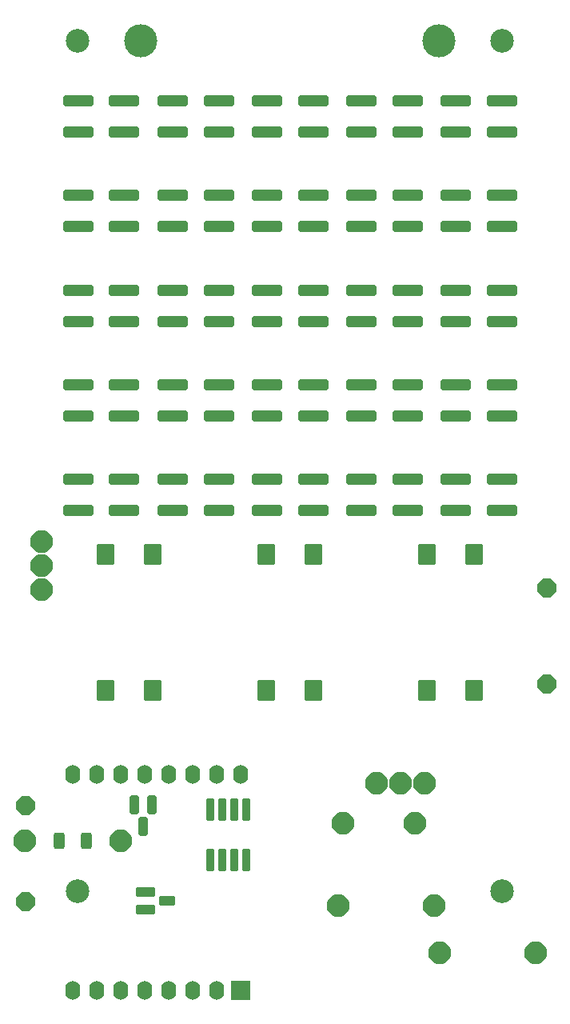
<source format=gbr>
%TF.GenerationSoftware,KiCad,Pcbnew,7.0.7*%
%TF.CreationDate,2023-09-14T14:46:07+02:00*%
%TF.ProjectId,WebW_rfel,57656257-fc72-4666-956c-2e6b69636164,rev?*%
%TF.SameCoordinates,Original*%
%TF.FileFunction,Soldermask,Top*%
%TF.FilePolarity,Negative*%
%FSLAX46Y46*%
G04 Gerber Fmt 4.6, Leading zero omitted, Abs format (unit mm)*
G04 Created by KiCad (PCBNEW 7.0.7) date 2023-09-14 14:46:07*
%MOMM*%
%LPD*%
G01*
G04 APERTURE LIST*
G04 Aperture macros list*
%AMRoundRect*
0 Rectangle with rounded corners*
0 $1 Rounding radius*
0 $2 $3 $4 $5 $6 $7 $8 $9 X,Y pos of 4 corners*
0 Add a 4 corners polygon primitive as box body*
4,1,4,$2,$3,$4,$5,$6,$7,$8,$9,$2,$3,0*
0 Add four circle primitives for the rounded corners*
1,1,$1+$1,$2,$3*
1,1,$1+$1,$4,$5*
1,1,$1+$1,$6,$7*
1,1,$1+$1,$8,$9*
0 Add four rect primitives between the rounded corners*
20,1,$1+$1,$2,$3,$4,$5,0*
20,1,$1+$1,$4,$5,$6,$7,0*
20,1,$1+$1,$6,$7,$8,$9,0*
20,1,$1+$1,$8,$9,$2,$3,0*%
%AMFreePoly0*
4,1,25,0.494643,1.132196,0.506766,1.121842,1.121842,0.506766,1.150349,0.450818,1.151600,0.434924,1.151600,-0.434924,1.132196,-0.494643,1.121842,-0.506766,0.506766,-1.121842,0.450818,-1.150349,0.434924,-1.151600,-0.434924,-1.151600,-0.494643,-1.132196,-0.506766,-1.121842,-1.121842,-0.506766,-1.150349,-0.450818,-1.151600,-0.434924,-1.151600,0.434924,-1.132196,0.494643,-1.121842,0.506766,
-0.506766,1.121842,-0.450818,1.150349,-0.434924,1.151600,0.434924,1.151600,0.494643,1.132196,0.494643,1.132196,$1*%
%AMFreePoly1*
4,1,25,0.432511,0.982196,0.444634,0.971842,0.971842,0.444634,1.000349,0.388686,1.001600,0.372792,1.001600,-0.372792,0.982196,-0.432511,0.971842,-0.444634,0.444634,-0.971842,0.388686,-1.000349,0.372792,-1.001600,-0.372792,-1.001600,-0.432511,-0.982196,-0.444634,-0.971842,-0.971842,-0.444634,-1.000349,-0.388686,-1.001600,-0.372792,-1.001600,0.372792,-0.982196,0.432511,-0.971842,0.444634,
-0.444634,0.971842,-0.388686,1.000349,-0.372792,1.001600,0.372792,1.001600,0.432511,0.982196,0.432511,0.982196,$1*%
G04 Aperture macros list end*
%ADD10C,3.500000*%
%ADD11RoundRect,0.191600X-1.410000X-0.360000X1.410000X-0.360000X1.410000X0.360000X-1.410000X0.360000X0*%
%ADD12RoundRect,0.101600X-0.800000X-1.000000X0.800000X-1.000000X0.800000X1.000000X-0.800000X1.000000X0*%
%ADD13RoundRect,0.250000X-0.312500X-0.625000X0.312500X-0.625000X0.312500X0.625000X-0.312500X0.625000X0*%
%ADD14RoundRect,0.101600X0.375000X0.875000X-0.375000X0.875000X-0.375000X-0.875000X0.375000X-0.875000X0*%
%ADD15RoundRect,0.101600X-0.875000X0.400000X-0.875000X-0.400000X0.875000X-0.400000X0.875000X0.400000X0*%
%ADD16RoundRect,0.101600X-0.750000X0.400000X-0.750000X-0.400000X0.750000X-0.400000X0.750000X0.400000X0*%
%ADD17RoundRect,0.101600X-0.350000X-1.050000X0.350000X-1.050000X0.350000X1.050000X-0.350000X1.050000X0*%
%ADD18FreePoly0,180.000000*%
%ADD19FreePoly0,0.000000*%
%ADD20FreePoly1,270.000000*%
%ADD21C,2.500000*%
%ADD22FreePoly1,90.000000*%
%ADD23FreePoly0,270.000000*%
%ADD24R,2.000000X2.000000*%
%ADD25O,1.600000X2.000000*%
G04 APERTURE END LIST*
D10*
%TO.C,REF\u002A\u002A*%
X117500000Y-52500000D03*
%TD*%
%TO.C,REF\u002A\u002A*%
X149100000Y-52500000D03*
%TD*%
D11*
%TO.C,D15*%
X150840000Y-78850000D03*
X150840000Y-82150000D03*
X155740000Y-82150000D03*
X155740000Y-78850000D03*
%TD*%
%TO.C,D18*%
X130840000Y-88850000D03*
X130840000Y-92150000D03*
X135740000Y-92150000D03*
X135740000Y-88850000D03*
%TD*%
D12*
%TO.C,S1*%
X113790000Y-106800000D03*
X118790000Y-106800000D03*
X113790000Y-121200000D03*
X118790000Y-121200000D03*
%TD*%
D11*
%TO.C,D3*%
X130840000Y-58850000D03*
X130840000Y-62150000D03*
X135740000Y-62150000D03*
X135740000Y-58850000D03*
%TD*%
%TO.C,D19*%
X140840000Y-88850000D03*
X140840000Y-92150000D03*
X145740000Y-92150000D03*
X145740000Y-88850000D03*
%TD*%
%TO.C,D16*%
X110840000Y-88850000D03*
X110840000Y-92150000D03*
X115740000Y-92150000D03*
X115740000Y-88850000D03*
%TD*%
D13*
%TO.C,R1_SMT1*%
X108825000Y-137160000D03*
X111750000Y-137160000D03*
%TD*%
D11*
%TO.C,D14*%
X140840000Y-78850000D03*
X140840000Y-82150000D03*
X145740000Y-82150000D03*
X145740000Y-78850000D03*
%TD*%
%TO.C,D2*%
X120840000Y-58850000D03*
X120840000Y-62150000D03*
X125740000Y-62150000D03*
X125740000Y-58850000D03*
%TD*%
D14*
%TO.C,T2*%
X118700000Y-133350000D03*
X116800000Y-133350000D03*
X117750000Y-135650000D03*
%TD*%
D11*
%TO.C,D24*%
X140840000Y-98850000D03*
X140840000Y-102150000D03*
X145740000Y-102150000D03*
X145740000Y-98850000D03*
%TD*%
%TO.C,D25*%
X150840000Y-98850000D03*
X150840000Y-102150000D03*
X155740000Y-102150000D03*
X155740000Y-98850000D03*
%TD*%
%TO.C,D20*%
X150840000Y-88850000D03*
X150840000Y-92150000D03*
X155740000Y-92150000D03*
X155740000Y-88850000D03*
%TD*%
%TO.C,D11*%
X110840000Y-78850000D03*
X110840000Y-82150000D03*
X115740000Y-82150000D03*
X115740000Y-78850000D03*
%TD*%
D12*
%TO.C,S3*%
X147790000Y-106800000D03*
X152790000Y-106800000D03*
X147790000Y-121200000D03*
X152790000Y-121200000D03*
%TD*%
D11*
%TO.C,D21*%
X110840000Y-98850000D03*
X110840000Y-102150000D03*
X115740000Y-102150000D03*
X115740000Y-98850000D03*
%TD*%
%TO.C,D12*%
X120840000Y-78850000D03*
X120840000Y-82150000D03*
X125740000Y-82150000D03*
X125740000Y-78850000D03*
%TD*%
%TO.C,D6*%
X110840000Y-68850000D03*
X110840000Y-72150000D03*
X115740000Y-72150000D03*
X115740000Y-68850000D03*
%TD*%
%TO.C,D13*%
X130840000Y-78850000D03*
X130840000Y-82150000D03*
X135740000Y-82150000D03*
X135740000Y-78850000D03*
%TD*%
%TO.C,D10*%
X150840000Y-68850000D03*
X150840000Y-72150000D03*
X155740000Y-72150000D03*
X155740000Y-68850000D03*
%TD*%
%TO.C,D7*%
X120840000Y-68850000D03*
X120840000Y-72150000D03*
X125740000Y-72150000D03*
X125740000Y-68850000D03*
%TD*%
%TO.C,D4*%
X140840000Y-58850000D03*
X140840000Y-62150000D03*
X145740000Y-62150000D03*
X145740000Y-58850000D03*
%TD*%
%TO.C,D9*%
X140840000Y-68850000D03*
X140840000Y-72150000D03*
X145740000Y-72150000D03*
X145740000Y-68850000D03*
%TD*%
%TO.C,D1*%
X110840000Y-58850000D03*
X110840000Y-62150000D03*
X115740000Y-62150000D03*
X115740000Y-58850000D03*
%TD*%
%TO.C,D23*%
X130840000Y-98850000D03*
X130840000Y-102150000D03*
X135740000Y-102150000D03*
X135740000Y-98850000D03*
%TD*%
%TO.C,D5*%
X150840000Y-58850000D03*
X150840000Y-62150000D03*
X155740000Y-62150000D03*
X155740000Y-58850000D03*
%TD*%
%TO.C,D8*%
X130840000Y-68850000D03*
X130840000Y-72150000D03*
X135740000Y-72150000D03*
X135740000Y-68850000D03*
%TD*%
D15*
%TO.C,T3*%
X117950000Y-142550000D03*
X117950000Y-144450000D03*
D16*
X120250000Y-143500000D03*
%TD*%
D17*
%TO.C,T1*%
X124845000Y-139200000D03*
X126115000Y-139200000D03*
X127385000Y-139200000D03*
X128655000Y-139200000D03*
X128655000Y-133800000D03*
X127385000Y-133800000D03*
X126115000Y-133800000D03*
X124845000Y-133800000D03*
%TD*%
D11*
%TO.C,D22*%
X120840000Y-98850000D03*
X120840000Y-102150000D03*
X125740000Y-102150000D03*
X125740000Y-98850000D03*
%TD*%
D12*
%TO.C,S2*%
X130790000Y-106800000D03*
X135790000Y-106800000D03*
X130790000Y-121200000D03*
X135790000Y-121200000D03*
%TD*%
D11*
%TO.C,D17*%
X120840000Y-88850000D03*
X120840000Y-92150000D03*
X125740000Y-92150000D03*
X125740000Y-88850000D03*
%TD*%
D18*
%TO.C,U2*%
X147540000Y-131000000D03*
X145000000Y-131000000D03*
X142460000Y-131000000D03*
%TD*%
%TO.C,D26*%
X146560000Y-135250000D03*
X138940000Y-135250000D03*
%TD*%
D19*
%TO.C,D28*%
X149170000Y-149000000D03*
X159330000Y-149000000D03*
%TD*%
D20*
%TO.C,BAT1*%
X105250000Y-143580000D03*
X105250000Y-133420000D03*
%TD*%
D21*
%TO.C,REF3*%
X155791100Y-142496400D03*
%TD*%
D22*
%TO.C,R2*%
X160500000Y-120580000D03*
X160500000Y-110420000D03*
%TD*%
D21*
%TO.C,REF1*%
X110791100Y-52496400D03*
%TD*%
%TO.C,REF4*%
X110791100Y-142496400D03*
%TD*%
D19*
%TO.C,R1_THT1*%
X105170000Y-137160000D03*
X115330000Y-137160000D03*
%TD*%
%TO.C,D27*%
X138420000Y-144000000D03*
X148580000Y-144000000D03*
%TD*%
D23*
%TO.C,K1*%
X107000000Y-105460000D03*
X107000000Y-108000000D03*
X107000000Y-110540000D03*
%TD*%
D24*
%TO.C,U1*%
X128070000Y-152945000D03*
D25*
X125530000Y-152945000D03*
X122990000Y-152945000D03*
X120450000Y-152945000D03*
X117910000Y-152945000D03*
X115370000Y-152945000D03*
X112830000Y-152945000D03*
X110290000Y-152945000D03*
X110290000Y-130085000D03*
X112830000Y-130085000D03*
X115370000Y-130085000D03*
X117910000Y-130085000D03*
X120450000Y-130085000D03*
X122990000Y-130085000D03*
X125530000Y-130085000D03*
X128070000Y-130085000D03*
%TD*%
D21*
%TO.C,REF2*%
X155791100Y-52496400D03*
%TD*%
M02*

</source>
